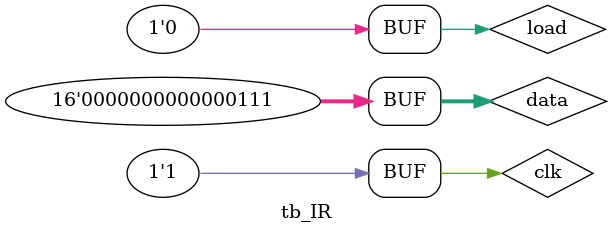
<source format=sv>
`timescale 1ns / 1ps

module tb_IR( );
    logic [15:0] data;
    logic load;
    logic clk;
    logic [15:0] inst;
    
    IR dut(data, load, clk, inst);
    
    always
       begin
         clk <= 0; # 5; clk <= 1; # 5;
    end 
           
    initial begin
        data = 16'b0001; load = 0;  #10;
        data = 16'b0010; load = 1;  #10;
        data = 16'b0011; load = 0;  #10;
        data = 16'b0100; load = 1;  #10;
        data = 16'b0111; load = 0;  #10;  
     end
endmodule

</source>
